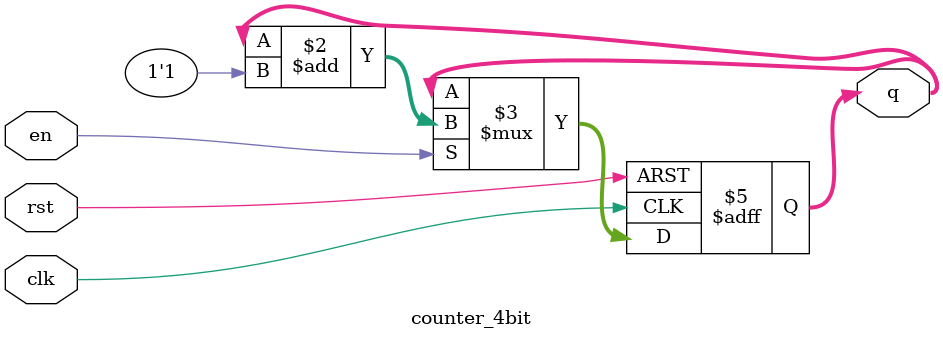
<source format=v>
`timescale 1ns / 1ps

module counter_4bit(
    input    clk,            //ÏµÍ³Ê±ÖÓÐÅºÅ
    input    rst,            //ÏµÍ³¸´Î»°´¼ü
    input    en,             //¼ÆÊýÆ÷Ê¹ÄÜ¶Ë
    output   reg [3:0]q     //¼ÆÊýÆ÷¼ÆÊýÖµÊä³ö
    );
    always@(posedge clk,posedge rst)
    if(rst)
        q <= 0;
    else if(en)
        q <= q + 1'b1;         //¼ÆÊýÆ÷¼ÓÒ»
 
endmodule

</source>
